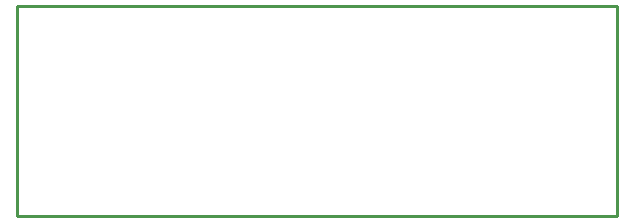
<source format=gbr>
G04 EAGLE Gerber RS-274X export*
G75*
%MOMM*%
%FSLAX34Y34*%
%LPD*%
%IN*%
%IPPOS*%
%AMOC8*
5,1,8,0,0,1.08239X$1,22.5*%
G01*
%ADD10C,0.254000*%


D10*
X0Y0D02*
X508000Y0D01*
X508000Y177800D01*
X0Y177800D01*
X0Y0D01*
M02*

</source>
